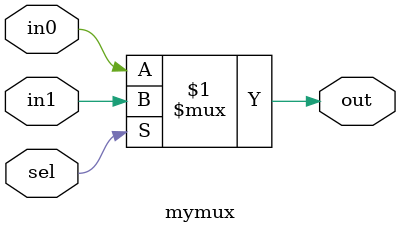
<source format=v>
module top_module (
    input [3:0] SW,
    input [3:0] KEY,
    output [3:0] LEDR
); //
    
    wire mux[7:0];
    
    mymux u_mymux_11 (LEDR[3], KEY[3], KEY[1], mux[0]);
    mymux u_mymux_12 (mux[0], SW[3], KEY[2], mux[1]);
    mydff u_mydff_1 (mux[1], KEY[0], LEDR[3]);
    
    mymux u_mymux_21 (LEDR[2], LEDR[3], KEY[1], mux[2]);
    mymux u_mymux_22 (mux[2], SW[2], KEY[2], mux[3]);
    mydff u_mydff_2 (mux[3], KEY[0], LEDR[2]);
    
    mymux u_mymux_31 (LEDR[1], LEDR[2], KEY[1], mux[4]);
    mymux u_mymux_32 (mux[4], SW[1], KEY[2], mux[5]);
    mydff u_mydff_3 (mux[5], KEY[0], LEDR[1]);
    
    mymux u_mymux_41 (LEDR[0], LEDR[1], KEY[1], mux[6]);
    mymux u_mymux_42 (mux[6], SW[0], KEY[2], mux[7]);
    mydff u_mydff_4 (mux[7], KEY[0], LEDR[0]);

endmodule

module mydff (
    input d, clk,
    output reg q
);

    always @(posedge clk) begin
        q <= d;
    end

endmodule

module mymux (
    input in0, in1, sel,
    output out
);

    assign out = sel ? in1 : in0;

endmodule

</source>
